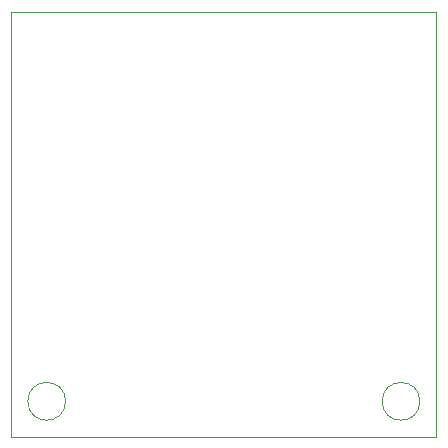
<source format=gbr>
%TF.GenerationSoftware,KiCad,Pcbnew,8.0.2-1*%
%TF.CreationDate,2024-06-27T00:14:20-04:00*%
%TF.ProjectId,3x3_6mSiPMs,3378335f-366d-4536-9950-4d732e6b6963,rev?*%
%TF.SameCoordinates,Original*%
%TF.FileFunction,Profile,NP*%
%FSLAX46Y46*%
G04 Gerber Fmt 4.6, Leading zero omitted, Abs format (unit mm)*
G04 Created by KiCad (PCBNEW 8.0.2-1) date 2024-06-27 00:14:20*
%MOMM*%
%LPD*%
G01*
G04 APERTURE LIST*
%TA.AperFunction,Profile*%
%ADD10C,0.100000*%
%TD*%
G04 APERTURE END LIST*
D10*
X82000000Y-32000000D02*
X118000000Y-32000000D01*
X118000000Y-68000000D01*
X82000000Y-68000000D01*
X82000000Y-32000000D01*
X116600000Y-65000000D02*
G75*
G02*
X113400000Y-65000000I-1600000J0D01*
G01*
X113400000Y-65000000D02*
G75*
G02*
X116600000Y-65000000I1600000J0D01*
G01*
X86600000Y-65000000D02*
G75*
G02*
X83400000Y-65000000I-1600000J0D01*
G01*
X83400000Y-65000000D02*
G75*
G02*
X86600000Y-65000000I1600000J0D01*
G01*
M02*

</source>
